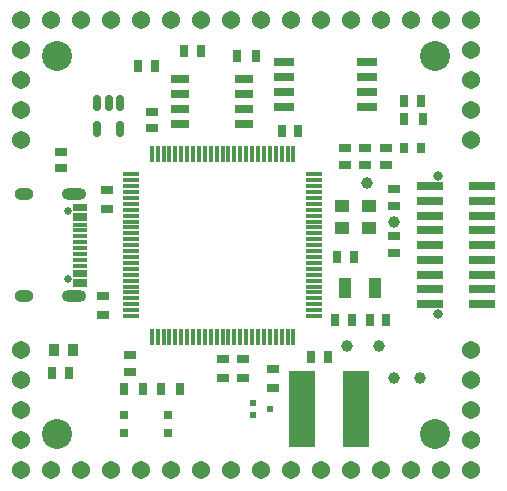
<source format=gbr>
%TF.GenerationSoftware,KiCad,Pcbnew,8.0.6-8.0.6-0~ubuntu24.04.1*%
%TF.CreationDate,2024-10-22T17:04:15-04:00*%
%TF.ProjectId,ta-expt-v2,74612d65-7870-4742-9d76-322e6b696361,rev?*%
%TF.SameCoordinates,Original*%
%TF.FileFunction,Soldermask,Top*%
%TF.FilePolarity,Negative*%
%FSLAX46Y46*%
G04 Gerber Fmt 4.6, Leading zero omitted, Abs format (unit mm)*
G04 Created by KiCad (PCBNEW 8.0.6-8.0.6-0~ubuntu24.04.1) date 2024-10-22 17:04:15*
%MOMM*%
%LPD*%
G01*
G04 APERTURE LIST*
G04 Aperture macros list*
%AMRoundRect*
0 Rectangle with rounded corners*
0 $1 Rounding radius*
0 $2 $3 $4 $5 $6 $7 $8 $9 X,Y pos of 4 corners*
0 Add a 4 corners polygon primitive as box body*
4,1,4,$2,$3,$4,$5,$6,$7,$8,$9,$2,$3,0*
0 Add four circle primitives for the rounded corners*
1,1,$1+$1,$2,$3*
1,1,$1+$1,$4,$5*
1,1,$1+$1,$6,$7*
1,1,$1+$1,$8,$9*
0 Add four rect primitives between the rounded corners*
20,1,$1+$1,$2,$3,$4,$5,0*
20,1,$1+$1,$4,$5,$6,$7,0*
20,1,$1+$1,$6,$7,$8,$9,0*
20,1,$1+$1,$8,$9,$2,$3,0*%
G04 Aperture macros list end*
%ADD10C,1.000000*%
%ADD11R,0.780000X0.990000*%
%ADD12R,1.525000X0.650000*%
%ADD13R,1.000000X0.800000*%
%ADD14R,0.800000X1.000000*%
%ADD15R,0.800000X0.800000*%
%ADD16R,0.990000X0.780000*%
%ADD17R,0.630000X0.480000*%
%ADD18C,0.800000*%
%ADD19R,2.300000X0.700000*%
%ADD20C,0.650000*%
%ADD21R,1.150000X0.300000*%
%ADD22O,2.100000X1.000000*%
%ADD23O,1.600000X1.000000*%
%ADD24R,1.475000X0.300000*%
%ADD25R,0.300000X1.475000*%
%ADD26C,1.540000*%
%ADD27R,0.750000X0.940000*%
%ADD28R,1.300000X1.100000*%
%ADD29RoundRect,0.150000X-0.150000X0.512500X-0.150000X-0.512500X0.150000X-0.512500X0.150000X0.512500X0*%
%ADD30R,2.300000X6.400000*%
%ADD31R,1.000000X1.800000*%
%ADD32R,1.785000X0.650000*%
%ADD33C,2.540000*%
%ADD34R,0.900000X1.000000*%
G04 APERTURE END LIST*
D10*
%TO.C,TP6*%
X169750000Y-119250000D03*
%TD*%
%TO.C,TP5*%
X167500000Y-119250000D03*
%TD*%
%TO.C,TP4*%
X166250000Y-116500000D03*
%TD*%
%TO.C,TP3*%
X163500000Y-116500000D03*
%TD*%
%TO.C,TP2*%
X167500000Y-106000000D03*
%TD*%
%TO.C,TP1*%
X165250000Y-102750000D03*
%TD*%
D11*
%TO.C,C4*%
X162550000Y-114300000D03*
X163950000Y-114300000D03*
%TD*%
D12*
%TO.C,IC2*%
X154824000Y-97750000D03*
X154824000Y-96480000D03*
X154824000Y-95210000D03*
X154824000Y-93940000D03*
X149400000Y-93940000D03*
X149400000Y-95210000D03*
X149400000Y-96480000D03*
X149400000Y-97750000D03*
%TD*%
D11*
%TO.C,C14*%
X159400000Y-98300000D03*
X158000000Y-98300000D03*
%TD*%
D13*
%TO.C,R6*%
X154700000Y-119250000D03*
X154700000Y-117650000D03*
%TD*%
D14*
%TO.C,R7*%
X169950000Y-97300000D03*
X168350000Y-97300000D03*
%TD*%
D13*
%TO.C,R3*%
X157250000Y-120050000D03*
X157250000Y-118450000D03*
%TD*%
D15*
%TO.C,LED2*%
X148350000Y-123900000D03*
X148350000Y-122400000D03*
%TD*%
D11*
%TO.C,C19*%
X147250000Y-92850000D03*
X145850000Y-92850000D03*
%TD*%
D14*
%TO.C,R4*%
X155800000Y-92000000D03*
X154200000Y-92000000D03*
%TD*%
D16*
%TO.C,C9*%
X165100000Y-101200000D03*
X165100000Y-99800000D03*
%TD*%
D17*
%TO.C,IC1*%
X155545000Y-121350000D03*
X155545000Y-122350000D03*
X157055000Y-121850000D03*
%TD*%
D18*
%TO.C,J5*%
X171250000Y-102150000D03*
X171250000Y-113850000D03*
D19*
X170575000Y-113000000D03*
X174925000Y-113000000D03*
X170575000Y-111750000D03*
X174925000Y-111750000D03*
X170575000Y-110500000D03*
X174925000Y-110500000D03*
X170575000Y-109250000D03*
X174925000Y-109250000D03*
X170575000Y-108000000D03*
X174925000Y-108000000D03*
X170575000Y-106750000D03*
X174925000Y-106750000D03*
X170575000Y-105500000D03*
X174925000Y-105500000D03*
X170575000Y-104250000D03*
X174925000Y-104250000D03*
X170575000Y-103000000D03*
X174925000Y-103000000D03*
%TD*%
D20*
%TO.C,J3*%
X139890000Y-105110000D03*
X139890000Y-110890000D03*
D21*
X140955000Y-104650000D03*
X140955000Y-105450000D03*
X140955000Y-106750000D03*
X140955000Y-107750000D03*
X140955000Y-108250000D03*
X140955000Y-109250000D03*
X140955000Y-110550000D03*
X140955000Y-111350000D03*
X140955000Y-111050000D03*
X140955000Y-110250000D03*
X140955000Y-109750000D03*
X140955000Y-108750000D03*
X140955000Y-107250000D03*
X140955000Y-106250000D03*
X140955000Y-105750000D03*
X140955000Y-104950000D03*
D22*
X140390000Y-103680000D03*
D23*
X136210000Y-103680000D03*
D22*
X140390000Y-112320000D03*
D23*
X136210000Y-112320000D03*
%TD*%
D16*
%TO.C,C6*%
X167500000Y-107250000D03*
X167500000Y-108650000D03*
%TD*%
D11*
%TO.C,C10*%
X151150000Y-91550000D03*
X149750000Y-91550000D03*
%TD*%
D16*
%TO.C,C7*%
X166800000Y-101200000D03*
X166800000Y-99800000D03*
%TD*%
D24*
%TO.C,IC3*%
X160738000Y-114000000D03*
X160738000Y-113500000D03*
X160738000Y-113000000D03*
X160738000Y-112500000D03*
X160738000Y-112000000D03*
X160738000Y-111500000D03*
X160738000Y-111000000D03*
X160738000Y-110500000D03*
X160738000Y-110000000D03*
X160738000Y-109500000D03*
X160738000Y-109000000D03*
X160738000Y-108500000D03*
X160738000Y-108000000D03*
X160738000Y-107500000D03*
X160738000Y-107000000D03*
X160738000Y-106500000D03*
X160738000Y-106000000D03*
X160738000Y-105500000D03*
X160738000Y-105000000D03*
X160738000Y-104500000D03*
X160738000Y-104000000D03*
X160738000Y-103500000D03*
X160738000Y-103000000D03*
X160738000Y-102500000D03*
X160738000Y-102000000D03*
D25*
X159000000Y-100262000D03*
X158500000Y-100262000D03*
X158000000Y-100262000D03*
X157500000Y-100262000D03*
X157000000Y-100262000D03*
X156500000Y-100262000D03*
X156000000Y-100262000D03*
X155500000Y-100262000D03*
X155000000Y-100262000D03*
X154500000Y-100262000D03*
X154000000Y-100262000D03*
X153500000Y-100262000D03*
X153000000Y-100262000D03*
X152500000Y-100262000D03*
X152000000Y-100262000D03*
X151500000Y-100262000D03*
X151000000Y-100262000D03*
X150500000Y-100262000D03*
X150000000Y-100262000D03*
X149500000Y-100262000D03*
X149000000Y-100262000D03*
X148500000Y-100262000D03*
X148000000Y-100262000D03*
X147500000Y-100262000D03*
X147000000Y-100262000D03*
D24*
X145262000Y-102000000D03*
X145262000Y-102500000D03*
X145262000Y-103000000D03*
X145262000Y-103500000D03*
X145262000Y-104000000D03*
X145262000Y-104500000D03*
X145262000Y-105000000D03*
X145262000Y-105500000D03*
X145262000Y-106000000D03*
X145262000Y-106500000D03*
X145262000Y-107000000D03*
X145262000Y-107500000D03*
X145262000Y-108000000D03*
X145262000Y-108500000D03*
X145262000Y-109000000D03*
X145262000Y-109500000D03*
X145262000Y-110000000D03*
X145262000Y-110500000D03*
X145262000Y-111000000D03*
X145262000Y-111500000D03*
X145262000Y-112000000D03*
X145262000Y-112500000D03*
X145262000Y-113000000D03*
X145262000Y-113500000D03*
X145262000Y-114000000D03*
D25*
X147000000Y-115738000D03*
X147500000Y-115738000D03*
X148000000Y-115738000D03*
X148500000Y-115738000D03*
X149000000Y-115738000D03*
X149500000Y-115738000D03*
X150000000Y-115738000D03*
X150500000Y-115738000D03*
X151000000Y-115738000D03*
X151500000Y-115738000D03*
X152000000Y-115738000D03*
X152500000Y-115738000D03*
X153000000Y-115738000D03*
X153500000Y-115738000D03*
X154000000Y-115738000D03*
X154500000Y-115738000D03*
X155000000Y-115738000D03*
X155500000Y-115738000D03*
X156000000Y-115738000D03*
X156500000Y-115738000D03*
X157000000Y-115738000D03*
X157500000Y-115738000D03*
X158000000Y-115738000D03*
X158500000Y-115738000D03*
X159000000Y-115738000D03*
%TD*%
D16*
%TO.C,C13*%
X147000000Y-98100000D03*
X147000000Y-96700000D03*
%TD*%
D13*
%TO.C,R9*%
X142900000Y-113900000D03*
X142900000Y-112300000D03*
%TD*%
D26*
%TO.C,J7*%
X135950000Y-116890000D03*
X135950000Y-119430000D03*
X135950000Y-121970000D03*
X135950000Y-124510000D03*
%TD*%
D27*
%TO.C,C5*%
X168400000Y-99800000D03*
X169800000Y-99800000D03*
%TD*%
D14*
%TO.C,R2*%
X147800000Y-120200000D03*
X149400000Y-120200000D03*
%TD*%
%TO.C,R1*%
X146250000Y-120200000D03*
X144650000Y-120200000D03*
%TD*%
D16*
%TO.C,C18*%
X139350000Y-100100000D03*
X139350000Y-101500000D03*
%TD*%
%TO.C,C16*%
X145200000Y-118700000D03*
X145200000Y-117300000D03*
%TD*%
D26*
%TO.C,J8*%
X135950000Y-127050000D03*
X138490000Y-127050000D03*
X141030000Y-127050000D03*
X143570000Y-127050000D03*
X146110000Y-127050000D03*
X148650000Y-127050000D03*
X151190000Y-127050000D03*
X153730000Y-127050000D03*
X156270000Y-127050000D03*
X158810000Y-127050000D03*
X161350000Y-127050000D03*
X163890000Y-127050000D03*
X166430000Y-127050000D03*
X168970000Y-127050000D03*
X171510000Y-127050000D03*
X174050000Y-127050000D03*
%TD*%
D15*
%TO.C,LED1*%
X144650000Y-123900000D03*
X144650000Y-122400000D03*
%TD*%
D16*
%TO.C,C12*%
X163400000Y-101200000D03*
X163400000Y-99800000D03*
%TD*%
D11*
%TO.C,C15*%
X164100000Y-109000000D03*
X162700000Y-109000000D03*
%TD*%
D26*
%TO.C,J1*%
X174050000Y-124510000D03*
X174050000Y-121970000D03*
X174050000Y-119430000D03*
X174050000Y-116890000D03*
%TD*%
D28*
%TO.C,Y1*%
X163100000Y-106575000D03*
X165400000Y-106575000D03*
X165400000Y-104675000D03*
X163100000Y-104675000D03*
%TD*%
D13*
%TO.C,R8*%
X143200000Y-103350000D03*
X143200000Y-104950000D03*
%TD*%
D11*
%TO.C,C8*%
X165450000Y-114300000D03*
X166850000Y-114300000D03*
%TD*%
%TO.C,C2*%
X140000000Y-118800000D03*
X138600000Y-118800000D03*
%TD*%
D29*
%TO.C,U1*%
X144300000Y-95925000D03*
X143350000Y-95925000D03*
X142400000Y-95925000D03*
X142400000Y-98200000D03*
X144300000Y-98200000D03*
%TD*%
D30*
%TO.C,C1*%
X159700000Y-121850000D03*
X164300000Y-121850000D03*
%TD*%
D26*
%TO.C,J2*%
X135950000Y-99110000D03*
X135950000Y-96570000D03*
X135950000Y-94030000D03*
X135950000Y-91490000D03*
%TD*%
D16*
%TO.C,C3*%
X167500000Y-104650000D03*
X167500000Y-103250000D03*
%TD*%
D11*
%TO.C,C11*%
X161900000Y-117450000D03*
X160500000Y-117450000D03*
%TD*%
%TO.C,C17*%
X168400000Y-95800000D03*
X169800000Y-95800000D03*
%TD*%
D31*
%TO.C,Y2*%
X165875000Y-111650000D03*
X163325000Y-111650000D03*
%TD*%
D32*
%TO.C,IC4*%
X158168000Y-92495000D03*
X158168000Y-93765000D03*
X158168000Y-95035000D03*
X158168000Y-96305000D03*
X165232000Y-96305000D03*
X165232000Y-95035000D03*
X165232000Y-93765000D03*
X165232000Y-92495000D03*
%TD*%
D33*
%TO.C,J6*%
X139000000Y-92000000D03*
X171000000Y-92000000D03*
X139000000Y-124000000D03*
X171000000Y-124000000D03*
%TD*%
D26*
%TO.C,J4*%
X174050000Y-99110000D03*
X174050000Y-96570000D03*
X174050000Y-94030000D03*
X174050000Y-91490000D03*
%TD*%
%TO.C,J9*%
X135950000Y-88950000D03*
X138490000Y-88950000D03*
X141030000Y-88950000D03*
X143570000Y-88950000D03*
X146110000Y-88950000D03*
X148650000Y-88950000D03*
X151190000Y-88950000D03*
X153730000Y-88950000D03*
X156270000Y-88950000D03*
X158810000Y-88950000D03*
X161350000Y-88950000D03*
X163890000Y-88950000D03*
X166430000Y-88950000D03*
X168970000Y-88950000D03*
X171510000Y-88950000D03*
X174050000Y-88950000D03*
%TD*%
D34*
%TO.C,FB1*%
X138750000Y-116900000D03*
X140350000Y-116900000D03*
%TD*%
D13*
%TO.C,R5*%
X153050000Y-117650000D03*
X153050000Y-119250000D03*
%TD*%
M02*

</source>
